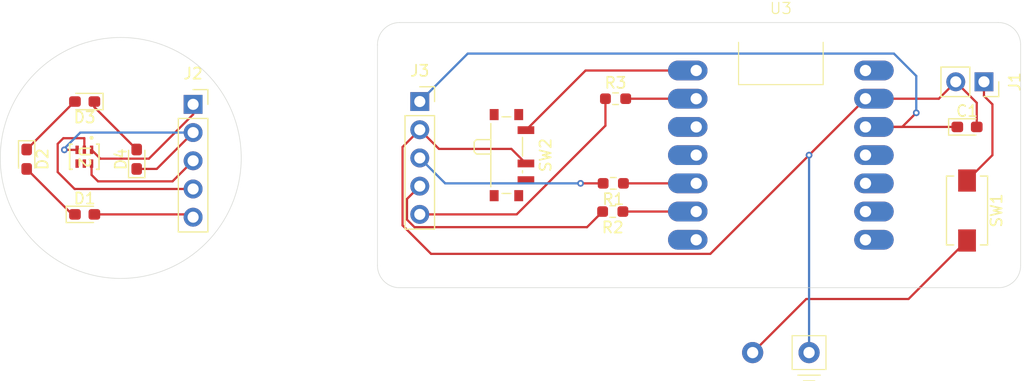
<source format=kicad_pcb>
(kicad_pcb (version 20241229) (generator "pcbnew") (generator_version "9.0")
  (layers (0 "F.Cu" signal) (2 "B.Cu" signal) (13 "F.Paste" user) (15 "B.Paste" user) (5 "F.SilkS" user "F.Silkscreen") (7 "B.SilkS" user "B.Silkscreen") (1 "F.Mask" user) (3 "B.Mask" user) (25 "Edge.Cuts" user))
  (net 0 "")
  (net 1 "+3.3V")
  (net 2 "GND")
  (net 3 "/+BATT")
  (net 4 "/SDA")
  (net 5 "/SCL")
  (net 6 "Net-(SW1-B)")
  (net 7 "Net-(U3-GPIO1_A0_D0)")
  (net 18 "/LED")
  (net 19 "Net-(D1-K)")
  (net 20 "Net-(U3-GPIO2_A1_D1)")
  (net 21 "Net-(D2-K)")
  (net 22 "Net-(D3-K)")
  (net 23 "Net-(U3-GPIO4_A3_D3_SDA)")
  (net 24 "Net-(U3-GPIO6_A5_D5_SCL)")
  (footprint "ESP32_Xiao_Seeed:XIAO_ESP32" (layer "F.Cu") (at 128.524 74.168)
    (property "Reference" "U3" (at 0 -13.208 0) (layer "F.SilkS") (effects (font (thickness 0.1))))
    (property "Value" "~")
    (fp_line (start -3.81 -10.16) (end -3.81 -6.35) (stroke (width 0.1)) (layer "F.SilkS"))
    (fp_line (start -3.81 -6.35) (end 3.81 -6.35) (stroke (width 0.1)) (layer "F.SilkS"))
    (fp_line (start 1.016 16.256) (end 4.064 16.256) (stroke (width 0.1)) (layer "F.SilkS"))
    (fp_line (start 1.016 19.304) (end 1.016 16.256) (stroke (width 0.1)) (layer "F.SilkS"))
    (fp_line (start 1.524 19.812) (end 3.556 19.812) (stroke (width 0.1)) (layer "F.SilkS"))
    (fp_line (start 2.032 20.32) (end 3.048 20.32) (stroke (width 0.1)) (layer "F.SilkS"))
    (fp_line (start 3.81 -6.35) (end 3.81 -10.16) (stroke (width 0.1)) (layer "F.SilkS"))
    (fp_line (start 4.064 16.256) (end 4.064 19.304) (stroke (width 0.1)) (layer "F.SilkS"))
    (fp_line (start 4.064 19.304) (end 1.016 19.304) (stroke (width 0.1)) (layer "F.SilkS"))
    (pad "1" thru_hole oval (at -7.62 -7.62) (size 3.556 1.778) (drill 1.016 (offset -0.762 0)) (layers "*.Cu" "*.Mask") (net 7 "Net-(U3-GPIO1_A0_D0)"))
    (pad "2" thru_hole oval (at -7.62 -5.08) (size 3.556 1.778) (drill 1.016 (offset -0.762 0)) (layers "*.Cu" "*.Mask") (net 20 "Net-(U3-GPIO2_A1_D1)"))
    (pad "3" thru_hole oval (at -7.62 -2.54) (size 3.556 1.778) (drill 1.016 (offset -0.762 0)) (layers "*.Cu" "*.Mask"))
    (pad "4" thru_hole oval (at -7.62 0) (size 3.556 1.778) (drill 1.016 (offset -0.762 0)) (layers "*.Cu" "*.Mask"))
    (pad "5" thru_hole oval (at -7.62 2.54) (size 3.556 1.778) (drill 1.016 (offset -0.762 0)) (layers "*.Cu" "*.Mask") (net 23 "Net-(U3-GPIO4_A3_D3_SDA)"))
    (pad "6" thru_hole oval (at -7.62 5.08) (size 3.556 1.778) (drill 1.016 (offset -0.762 0)) (layers "*.Cu" "*.Mask") (net 24 "Net-(U3-GPIO6_A5_D5_SCL)"))
    (pad "7" thru_hole oval (at -7.62 7.62) (size 3.556 1.778) (drill 1.016 (offset -0.762 0)) (layers "*.Cu" "*.Mask"))
    (pad "8" thru_hole oval (at 7.62 7.62) (size 3.556 1.778) (drill 1.016 (offset 0.762 0)) (layers "*.Cu" "*.Mask"))
    (pad "9" thru_hole oval (at 7.62 5.08) (size 3.556 1.778) (drill 1.016 (offset 0.762 0)) (layers "*.Cu" "*.Mask"))
    (pad "10" thru_hole oval (at 7.62 2.54) (size 3.556 1.778) (drill 1.016 (offset 0.762 0)) (layers "*.Cu" "*.Mask"))
    (pad "11" thru_hole oval (at 7.62 0) (size 3.556 1.778) (drill 1.016 (offset 0.762 0)) (layers "*.Cu" "*.Mask"))
    (pad "12" thru_hole oval (at 7.62 -2.54) (size 3.556 1.778) (drill 1.016 (offset 0.762 0)) (layers "*.Cu" "*.Mask") (net 1 "+3.3V"))
    (pad "13" thru_hole oval (at 7.62 -5.08) (size 3.556 1.778) (drill 1.016 (offset 0.762 0)) (layers "*.Cu" "*.Mask") (net 2 "GND"))
    (pad "14" thru_hole oval (at 7.62 -7.62) (size 3.556 1.778) (drill 1.016 (offset 0.762 0)) (layers "*.Cu" "*.Mask"))
    (pad "15" thru_hole circle (at -2.54 17.78) (size 1.905 1.905) (drill 1.016) (layers "*.Cu" "*.Mask") (net 6 "Net-(SW1-B)"))
    (pad "16" thru_hole circle (at 2.54 17.78) (size 1.905 1.905) (drill 1.016) (layers "*.Cu" "*.Mask") (net 2 "GND"))
  )
  (footprint "LED_SMD:LED_0603_1608Metric_Pad1.05x0.95mm_HandSolder" (layer "F.Cu") (at 145.288 71.628)
    (property "Reference" "C1" (at 0 -1.43 0) (layer "F.SilkS"))
    (property "Value" "0.1uF")
    (fp_line (start -1.66 -0.735) (end -1.66 0.735) (stroke (width 0.12)) (layer "F.SilkS"))
    (fp_line (start -1.66 0.735) (end 0.8 0.735) (stroke (width 0.12)) (layer "F.SilkS"))
    (fp_line (start 0.8 -0.735) (end -1.66 -0.735) (stroke (width 0.12)) (layer "F.SilkS"))
    (pad "1" smd roundrect (at -0.875 0) (size 1.05 0.95) (layers "F.Cu" "F.Mask" "F.Paste") (net 1 "+3.3V"))
    (pad "2" smd roundrect (at 0.875 0) (size 1.05 0.95) (layers "F.Cu" "F.Mask" "F.Paste") (net 2 "GND"))
  )
  (footprint "Resistor_SMD:R_0603_1608Metric_Pad0.98x0.95mm_HandSolder" (layer "F.Cu") (at 113.3875 79.248 180)
    (property "Reference" "R2" (at 0 -1.43 0) (layer "F.SilkS"))
    (property "Value" "4.7k")
    (fp_line (start -0.254724 0.5225) (end 0.254724 0.5225) (stroke (width 0.12)) (layer "F.SilkS"))
    (fp_line (start -0.254724 -0.5225) (end 0.254724 -0.5225) (stroke (width 0.12)) (layer "F.SilkS"))
    (pad "1" smd roundrect (at -0.9125 0 180) (size 0.975 0.95) (layers "F.Cu" "F.Mask" "F.Paste") (net 24 "Net-(U3-GPIO6_A5_D5_SCL)"))
    (pad "2" smd roundrect (at 0.9125 0 180) (size 0.975 0.95) (layers "F.Cu" "F.Mask" "F.Paste") (net 5 "/SCL"))
  )
  (footprint "LED_SMD:LED_0603_1608Metric_Pad1.05x0.95mm_HandSolder" (layer "F.Cu") (at 65.83756 69.342 180)
    (property "Reference" "D3" (at 0 -1.43 0) (layer "F.SilkS"))
    (property "Value" "LED")
    (fp_line (start 0.8 -0.735) (end -1.66 -0.735) (stroke (width 0.12)) (layer "F.SilkS"))
    (fp_line (start -1.66 0.735) (end 0.8 0.735) (stroke (width 0.12)) (layer "F.SilkS"))
    (fp_line (start -1.66 -0.735) (end -1.66 0.735) (stroke (width 0.12)) (layer "F.SilkS"))
    (pad "1" smd roundrect (at -0.875 0 180) (size 1.05 0.95) (layers "F.Cu" "F.Mask" "F.Paste") (net 22 "Net-(D3-K)"))
    (pad "2" smd roundrect (at 0.875 0 180) (size 1.05 0.95) (layers "F.Cu" "F.Mask" "F.Paste") (net 21 "Net-(D2-K)"))
  )
  (footprint "Resistor_SMD:R_0603_1608Metric_Pad0.98x0.95mm_HandSolder" (layer "F.Cu") (at 113.4345 76.708 180)
    (property "Reference" "R1" (at 0 -1.43 0) (layer "F.SilkS"))
    (property "Value" "4.7k")
    (fp_line (start -0.254724 0.5225) (end 0.254724 0.5225) (stroke (width 0.12)) (layer "F.SilkS"))
    (fp_line (start -0.254724 -0.5225) (end 0.254724 -0.5225) (stroke (width 0.12)) (layer "F.SilkS"))
    (pad "1" smd roundrect (at -0.9125 0 180) (size 0.975 0.95) (layers "F.Cu" "F.Mask" "F.Paste") (net 23 "Net-(U3-GPIO4_A3_D3_SDA)"))
    (pad "2" smd roundrect (at 0.9125 0 180) (size 0.975 0.95) (layers "F.Cu" "F.Mask" "F.Paste") (net 4 "/SDA"))
  )
  (footprint "LED_SMD:LED_0603_1608Metric_Pad1.05x0.95mm_HandSolder" (layer "F.Cu") (at 70.52256 74.535 90)
    (property "Reference" "D4" (at 0 -1.43 90) (layer "F.SilkS"))
    (property "Value" "LED")
    (fp_line (start 0.8 -0.735) (end -1.66 -0.735) (stroke (width 0.12)) (layer "F.SilkS"))
    (fp_line (start -1.66 -0.735) (end -1.66 0.735) (stroke (width 0.12)) (layer "F.SilkS"))
    (fp_line (start -1.66 0.735) (end 0.8 0.735) (stroke (width 0.12)) (layer "F.SilkS"))
    (pad "1" smd roundrect (at -0.875 0 90) (size 1.05 0.95) (layers "F.Cu" "F.Mask" "F.Paste") (net 2 "GND"))
    (pad "2" smd roundrect (at 0.875 0 90) (size 1.05 0.95) (layers "F.Cu" "F.Mask" "F.Paste") (net 22 "Net-(D3-K)"))
  )
  (footprint "Button_Switch_SMD:SW_SPST_EVQPE1" (layer "F.Cu") (at 145.288 79.154 -90)
    (property "Reference" "SW1" (at 0 -2.65 90) (layer "F.SilkS"))
    (property "Value" "SW_SPST")
    (fp_line (start -3.1 1.85) (end 3.1 1.85) (stroke (width 0.12)) (layer "F.SilkS"))
    (fp_line (start 3.1 1.85) (end 3.1 1.2) (stroke (width 0.12)) (layer "F.SilkS"))
    (fp_line (start -3.1 1.2) (end -3.1 1.85) (stroke (width 0.12)) (layer "F.SilkS"))
    (fp_line (start -3.1 -1.85) (end -3.1 -1.2) (stroke (width 0.12)) (layer "F.SilkS"))
    (fp_line (start 3.1 -1.85) (end 3.1 -1.2) (stroke (width 0.12)) (layer "F.SilkS"))
    (fp_line (start 3.1 -1.85) (end -3.1 -1.85) (stroke (width 0.12)) (layer "F.SilkS"))
    (pad "1" smd rect (at -2.7 0 270) (size 2 1.6) (layers "F.Cu" "F.Mask" "F.Paste") (net 3 "/+BATT"))
    (pad "2" smd rect (at 2.7 0 270) (size 2 1.6) (layers "F.Cu" "F.Mask" "F.Paste") (net 6 "Net-(SW1-B)"))
  )
  (footprint "LED_SMD:LED_0603_1608Metric_Pad1.05x0.95mm_HandSolder" (layer "F.Cu") (at 65.83756 79.502)
    (property "Reference" "D1" (at 0 -1.43 0) (layer "F.SilkS"))
    (property "Value" "LED")
    (fp_line (start -1.66 -0.735) (end -1.66 0.735) (stroke (width 0.12)) (layer "F.SilkS"))
    (fp_line (start -1.66 0.735) (end 0.8 0.735) (stroke (width 0.12)) (layer "F.SilkS"))
    (fp_line (start 0.8 -0.735) (end -1.66 -0.735) (stroke (width 0.12)) (layer "F.SilkS"))
    (pad "1" smd roundrect (at -0.875 0) (size 1.05 0.95) (layers "F.Cu" "F.Mask" "F.Paste") (net 19 "Net-(D1-K)"))
    (pad "2" smd roundrect (at 0.875 0) (size 1.05 0.95) (layers "F.Cu" "F.Mask" "F.Paste") (net 18 "/LED"))
  )
  (footprint "Button_Switch_SMD:SW_SPDT_PCM12" (layer "F.Cu") (at 104.14 74.168 -90)
    (property "Reference" "SW2" (at 0 -3.2 90) (layer "F.SilkS"))
    (property "Value" "SW_Push")
    (fp_line (start -1.2 3.23) (end -0.3 3.23) (stroke (width 0.12)) (layer "F.SilkS"))
    (fp_line (start -1.4 3.02) (end -1.2 3.23) (stroke (width 0.12)) (layer "F.SilkS"))
    (fp_line (start -0.1 3.02) (end -0.3 3.23) (stroke (width 0.12)) (layer "F.SilkS"))
    (fp_line (start -0.1 3.02) (end -0.1 1.73) (stroke (width 0.12)) (layer "F.SilkS"))
    (fp_line (start -2.85 1.73) (end 2.85 1.73) (stroke (width 0.12)) (layer "F.SilkS"))
    (fp_line (start -1.4 1.73) (end -1.4 3.02) (stroke (width 0.12)) (layer "F.SilkS"))
    (fp_line (start 3.45 0.72) (end 3.45 -0.07) (stroke (width 0.12)) (layer "F.SilkS"))
    (fp_line (start -3.45 -0.07) (end -3.45 0.72) (stroke (width 0.12)) (layer "F.SilkS"))
    (fp_line (start -1.6 -1.12) (end 0.1 -1.12) (stroke (width 0.12)) (layer "F.SilkS"))
    (fp_line (start 1.4 -1.12) (end 1.6 -1.12) (stroke (width 0.12)) (layer "F.SilkS"))
    (pad "" smd rect (at -3.65 -0.78 270) (size 1 0.8) (layers "F.Cu" "F.Mask" "F.Paste"))
    (pad "" smd rect (at -3.65 1.43 270) (size 1 0.8) (layers "F.Cu" "F.Mask" "F.Paste"))
    (pad "" np_thru_hole circle (at -1.5 0.33 270) (size 0.9 0.9) (drill 0.9) (layers "*.Cu" "*.Mask"))
    (pad "" np_thru_hole circle (at 1.5 0.33 270) (size 0.9 0.9) (drill 0.9) (layers "*.Cu" "*.Mask"))
    (pad "" smd rect (at 3.65 -0.78 270) (size 1 0.8) (layers "F.Cu" "F.Mask" "F.Paste"))
    (pad "" smd rect (at 3.65 1.43 270) (size 1 0.8) (layers "F.Cu" "F.Mask" "F.Paste"))
    (pad "1" smd rect (at -2.25 -1.43 270) (size 0.7 1.5) (layers "F.Cu" "F.Mask" "F.Paste") (net 7 "Net-(U3-GPIO1_A0_D0)"))
    (pad "2" smd rect (at 0.75 -1.43 270) (size 0.7 1.5) (layers "F.Cu" "F.Mask" "F.Paste") (net 2 "GND"))
    (pad "3" smd rect (at 2.25 -1.43 270) (size 0.7 1.5) (layers "F.Cu" "F.Mask" "F.Paste"))
  )
  (footprint "Resistor_SMD:R_0603_1608Metric_Pad0.98x0.95mm_HandSolder" (layer "F.Cu") (at 113.6415 69.088)
    (property "Reference" "R3" (at 0 -1.43 0) (layer "F.SilkS"))
    (property "Value" "100")
    (fp_line (start -0.254724 -0.5225) (end 0.254724 -0.5225) (stroke (width 0.12)) (layer "F.SilkS"))
    (fp_line (start -0.254724 0.5225) (end 0.254724 0.5225) (stroke (width 0.12)) (layer "F.SilkS"))
    (pad "1" smd roundrect (at -0.9125 0) (size 0.975 0.95) (layers "F.Cu" "F.Mask" "F.Paste") (net 18 "/LED"))
    (pad "2" smd roundrect (at 0.9125 0) (size 0.975 0.95) (layers "F.Cu" "F.Mask" "F.Paste") (net 20 "Net-(U3-GPIO2_A1_D1)"))
  )
  (footprint "Connector_PinSocket_2.54mm:PinSocket_1x05_P2.54mm_Vertical" (layer "F.Cu") (at 75.60256 69.596)
    (property "Reference" "J2" (at 0 -2.77 0) (layer "F.SilkS"))
    (property "Value" "Conn_01x05_Pin")
    (fp_line (start -1.33 1.27) (end -1.33 11.49) (stroke (width 0.12)) (layer "F.SilkS"))
    (fp_line (start -1.33 1.27) (end 1.33 1.27) (stroke (width 0.12)) (layer "F.SilkS"))
    (fp_line (start -1.33 11.49) (end 1.33 11.49) (stroke (width 0.12)) (layer "F.SilkS"))
    (fp_line (start 0 -1.33) (end 1.33 -1.33) (stroke (width 0.12)) (layer "F.SilkS"))
    (fp_line (start 1.33 -1.33) (end 1.33 0) (stroke (width 0.12)) (layer "F.SilkS"))
    (fp_line (start 1.33 1.27) (end 1.33 11.49) (stroke (width 0.12)) (layer "F.SilkS"))
    (pad "1" thru_hole rect (at 0 0) (size 1.7 1.7) (drill 1) (layers "*.Cu" "*.Mask") (net 1 "+3.3V"))
    (pad "2" thru_hole circle (at 0 2.54) (size 1.7 1.7) (drill 1) (layers "*.Cu" "*.Mask") (net 2 "GND"))
    (pad "3" thru_hole circle (at 0 5.08) (size 1.7 1.7) (drill 1) (layers "*.Cu" "*.Mask") (net 4 "/SDA"))
    (pad "4" thru_hole circle (at 0 7.62) (size 1.7 1.7) (drill 1) (layers "*.Cu" "*.Mask") (net 5 "/SCL"))
    (pad "5" thru_hole circle (at 0 10.16) (size 1.7 1.7) (drill 1) (layers "*.Cu" "*.Mask") (net 18 "/LED"))
  )
  (footprint "TCS34725:TCS34725FN_AMS" (layer "F.Cu") (at 65.808561 74.310999 -90)
    (property "Reference" "U2" (at 0 0 270) (layer "F.SilkS"))
    (property "Value" "TCS34725FN")
    (fp_line (start -1.1303 1.3208) (end 1.1303 1.3208) (stroke (width 0.1524)) (layer "F.SilkS"))
    (fp_line (start 1.1303 1.3208) (end 1.1303 1.108565) (stroke (width 0.1524)) (layer "F.SilkS"))
    (fp_line (start -1.1303 1.108565) (end -1.1303 1.3208) (stroke (width 0.1524)) (layer "F.SilkS"))
    (fp_line (start 1.1303 -1.108565) (end 1.1303 -1.3208) (stroke (width 0.1524)) (layer "F.SilkS"))
    (fp_line (start -1.1303 -1.3208) (end -1.1303 -1.108565) (stroke (width 0.1524)) (layer "F.SilkS"))
    (fp_line (start 1.1303 -1.3208) (end -1.1303 -1.3208) (stroke (width 0.1524)) (layer "F.SilkS"))
    (fp_circle (center -1.7008 -0.65) (end -1.5992 -0.65) (stroke (width 0.1524)) (fill no) (layer "F.SilkS"))
    (pad "1" smd rect (at -0.619001 -0.649999 270) (size 0.762 0.3048) (layers "F.Cu" "F.Mask" "F.Paste") (net 1 "+3.3V"))
    (pad "2" smd rect (at -0.619001 0 270) (size 0.762 0.3048) (layers "F.Cu" "F.Mask" "F.Paste") (net 5 "/SCL"))
    (pad "3" smd rect (at -0.619001 0.649999 270) (size 0.762 0.3048) (layers "F.Cu" "F.Mask" "F.Paste") (net 2 "GND"))
    (pad "4" smd rect (at 0.619001 0.649999 270) (size 0.762 0.3048) (layers "F.Cu" "F.Mask" "F.Paste"))
    (pad "5" smd rect (at 0.619001 0 270) (size 0.762 0.3048) (layers "F.Cu" "F.Mask" "F.Paste"))
    (pad "6" smd rect (at 0.619001 -0.649999 270) (size 0.762 0.3048) (layers "F.Cu" "F.Mask" "F.Paste") (net 4 "/SDA"))
  )
  (footprint "Connector_PinSocket_2.54mm:PinSocket_1x05_P2.54mm_Vertical" (layer "F.Cu") (at 96.012 69.342)
    (property "Reference" "J3" (at 0 -2.77 0) (layer "F.SilkS"))
    (property "Value" "Conn_01x05_Pin")
    (fp_line (start -1.33 1.27) (end -1.33 11.49) (stroke (width 0.12)) (layer "F.SilkS"))
    (fp_line (start -1.33 1.27) (end 1.33 1.27) (stroke (width 0.12)) (layer "F.SilkS"))
    (fp_line (start -1.33 11.49) (end 1.33 11.49) (stroke (width 0.12)) (layer "F.SilkS"))
    (fp_line (start 0 -1.33) (end 1.33 -1.33) (stroke (width 0.12)) (layer "F.SilkS"))
    (fp_line (start 1.33 -1.33) (end 1.33 0) (stroke (width 0.12)) (layer "F.SilkS"))
    (fp_line (start 1.33 1.27) (end 1.33 11.49) (stroke (width 0.12)) (layer "F.SilkS"))
    (pad "1" thru_hole rect (at 0 0) (size 1.7 1.7) (drill 1) (layers "*.Cu" "*.Mask") (net 1 "+3.3V"))
    (pad "2" thru_hole circle (at 0 2.54) (size 1.7 1.7) (drill 1) (layers "*.Cu" "*.Mask") (net 2 "GND"))
    (pad "3" thru_hole circle (at 0 5.08) (size 1.7 1.7) (drill 1) (layers "*.Cu" "*.Mask") (net 4 "/SDA"))
    (pad "4" thru_hole circle (at 0 7.62) (size 1.7 1.7) (drill 1) (layers "*.Cu" "*.Mask") (net 5 "/SCL"))
    (pad "5" thru_hole circle (at 0 10.16) (size 1.7 1.7) (drill 1) (layers "*.Cu" "*.Mask") (net 18 "/LED"))
  )
  (footprint "LED_SMD:LED_0603_1608Metric_Pad1.05x0.95mm_HandSolder" (layer "F.Cu") (at 60.61656 74.535 -90)
    (property "Reference" "D2" (at 0 -1.43 90) (layer "F.SilkS"))
    (property "Value" "LED")
    (fp_line (start -1.66 0.735) (end 0.8 0.735) (stroke (width 0.12)) (layer "F.SilkS"))
    (fp_line (start -1.66 -0.735) (end -1.66 0.735) (stroke (width 0.12)) (layer "F.SilkS"))
    (fp_line (start 0.8 -0.735) (end -1.66 -0.735) (stroke (width 0.12)) (layer "F.SilkS"))
    (pad "1" smd roundrect (at -0.875 0 270) (size 1.05 0.95) (layers "F.Cu" "F.Mask" "F.Paste") (net 21 "Net-(D2-K)"))
    (pad "2" smd roundrect (at 0.875 0 270) (size 1.05 0.95) (layers "F.Cu" "F.Mask" "F.Paste") (net 19 "Net-(D1-K)"))
  )
  (footprint "Connector_PinSocket_2.54mm:PinSocket_1x02_P2.54mm_Vertical" (layer "F.Cu") (at 146.812 67.564 -90)
    (property "Reference" "J1" (at 0 -2.77 90) (layer "F.SilkS"))
    (property "Value" "Conn_01x02_Pin")
    (fp_line (start -1.33 3.87) (end 1.33 3.87) (stroke (width 0.12)) (layer "F.SilkS"))
    (fp_line (start -1.33 1.27) (end -1.33 3.87) (stroke (width 0.12)) (layer "F.SilkS"))
    (fp_line (start -1.33 1.27) (end 1.33 1.27) (stroke (width 0.12)) (layer "F.SilkS"))
    (fp_line (start 1.33 1.27) (end 1.33 3.87) (stroke (width 0.12)) (layer "F.SilkS"))
    (fp_line (start 0 -1.33) (end 1.33 -1.33) (stroke (width 0.12)) (layer "F.SilkS"))
    (fp_line (start 1.33 -1.33) (end 1.33 0) (stroke (width 0.12)) (layer "F.SilkS"))
    (pad "1" thru_hole rect (at 0 0 270) (size 1.7 1.7) (drill 1) (layers "*.Cu" "*.Mask") (net 3 "/+BATT"))
    (pad "2" thru_hole circle (at 0 2.54 270) (size 1.7 1.7) (drill 1) (layers "*.Cu" "*.Mask") (net 2 "GND"))
  )
  (gr_line (start 150.114 64.23) (end 150.114 84.106) (stroke (width 0.05)) (layer "Edge.Cuts"))
  (gr_arc (start 150.114 84.106) (mid 149.528214 85.520214) (end 148.114 86.106) (stroke (width 0.05)) (layer "Edge.Cuts"))
  (gr_line (start 92.202 84.106) (end 92.202 64.23) (stroke (width 0.05)) (layer "Edge.Cuts"))
  (gr_arc (start 148.114 62.23) (mid 149.528214 62.815786) (end 150.114 64.23) (stroke (width 0.05)) (layer "Edge.Cuts"))
  (gr_arc (start 94.202 86.106) (mid 92.787786 85.520214) (end 92.202 84.106) (stroke (width 0.05)) (layer "Edge.Cuts"))
  (gr_line (start 148.114 86.106) (end 94.202 86.106) (stroke (width 0.05)) (layer "Edge.Cuts"))
  (gr_arc (start 92.202 64.23) (mid 92.787786 62.815786) (end 94.202 62.23) (stroke (width 0.05)) (layer "Edge.Cuts"))
  (gr_circle (center 69.088 74.422) (end 77.978 68.204774) (stroke (width 0.05)) (fill no) (layer "Edge.Cuts"))
  (gr_line (start 94.202 62.23) (end 148.114 62.23) (stroke (width 0.05)) (layer "Edge.Cuts"))
  (segment (start 66.45856 73.691998) (end 67.252562 74.486) (width 0.2) (layer "F.Cu") (net 1))
  (segment (start 67.252562 74.486) (end 71.6248 74.486) (width 0.2) (layer "F.Cu") (net 1))
  (segment (start 136.144 71.628) (end 139.446 71.628) (width 0.2) (layer "F.Cu") (net 1))
  (segment (start 136.144 71.628) (end 144.413 71.628) (width 0.2) (layer "F.Cu") (net 1))
  (segment (start 139.446 71.628) (end 140.716 70.358) (width 0.2) (layer "F.Cu") (net 1))
  (segment (start 75.60256 70.50824) (end 75.60256 69.596) (width 0.2) (layer "F.Cu") (net 1))
  (segment (start 71.6248 74.486) (end 75.60256 70.50824) (width 0.2) (layer "F.Cu") (net 1))
  (via (at 140.716 70.358) (size 0.6) (drill 0.3) (layers "F.Cu" "B.Cu") (net 1))
  (segment (start 96.012 69.342) (end 100.33 65.024) (width 0.2) (layer "B.Cu") (net 1))
  (segment (start 100.33 65.024) (end 138.699957 65.024) (width 0.2) (layer "B.Cu") (net 1))
  (segment (start 138.699957 65.024) (end 140.716 67.040043) (width 0.2) (layer "B.Cu") (net 1))
  (segment (start 140.716 67.040043) (end 140.716 70.358) (width 0.2) (layer "B.Cu") (net 1))
  (segment (start 144.272 67.564) (end 142.748 69.088) (width 0.2) (layer "F.Cu") (net 2))
  (segment (start 94.46 73.434) (end 96.012 71.882) (width 0.2) (layer "F.Cu") (net 2))
  (segment (start 65.158562 73.691998) (end 63.950558 73.691998) (width 0.2) (layer "F.Cu") (net 2))
  (segment (start 144.272 67.564) (end 146.163 69.455) (width 0.2) (layer "F.Cu") (net 2))
  (segment (start 70.52256 75.41) (end 72.32856 75.41) (width 0.2) (layer "F.Cu") (net 2))
  (segment (start 97.73812 73.60812) (end 96.012 71.882) (width 0.2) (layer "F.Cu") (net 2))
  (segment (start 142.748 69.088) (end 136.144 69.088) (width 0.2) (layer "F.Cu") (net 2))
  (segment (start 104.26012 73.60812) (end 97.73812 73.60812) (width 0.2) (layer "F.Cu") (net 2))
  (segment (start 146.163 69.455) (end 146.163 71.628) (width 0.2) (layer "F.Cu") (net 2))
  (segment (start 63.950558 73.691998) (end 63.91856 73.66) (width 0.2) (layer "F.Cu") (net 2))
  (segment (start 136.144 69.088) (end 131.064 74.168) (width 0.2) (layer "F.Cu") (net 2))
  (segment (start 63.950558 73.691998) (end 64.01056 73.691998) (width 0.2) (layer "F.Cu") (net 2))
  (segment (start 72.32856 75.41) (end 75.60256 72.136) (width 0.2) (layer "F.Cu") (net 2))
  (segment (start 131.064 74.168) (end 122.174 83.058) (width 0.2) (layer "F.Cu") (net 2))
  (segment (start 94.46 80.49) (end 94.46 73.434) (width 0.2) (layer "F.Cu") (net 2))
  (segment (start 105.57 74.918) (end 104.26012 73.60812) (width 0.2) (layer "F.Cu") (net 2))
  (segment (start 97.028 83.058) (end 94.46 80.49) (width 0.2) (layer "F.Cu") (net 2))
  (segment (start 122.174 83.058) (end 97.028 83.058) (width 0.2) (layer "F.Cu") (net 2))
  (via (at 131.064 74.168) (size 0.6) (drill 0.3) (layers "F.Cu" "B.Cu") (net 2))
  (via (at 64.01056 73.691998) (size 0.6) (drill 0.3) (layers "F.Cu" "B.Cu") (net 2))
  (segment (start 64.01056 73.568) (end 65.44256 72.136) (width 0.2) (layer "B.Cu") (net 2))
  (segment (start 64.01056 73.691998) (end 64.01056 73.568) (width 0.2) (layer "B.Cu") (net 2))
  (segment (start 131.064 74.168) (end 131.064 91.948) (width 0.2) (layer "B.Cu") (net 2))
  (segment (start 65.44256 72.136) (end 75.60256 72.136) (width 0.2) (layer "B.Cu") (net 2))
  (segment (start 146.812 68.834) (end 146.812 67.564) (width 0.2) (layer "F.Cu") (net 3))
  (segment (start 145.288 76.454) (end 147.574 74.168) (width 0.2) (layer "F.Cu") (net 3))
  (segment (start 147.574 74.168) (end 147.574 69.596) (width 0.2) (layer "F.Cu") (net 3))
  (segment (start 147.574 69.596) (end 146.812 68.834) (width 0.2) (layer "F.Cu") (net 3))
  (segment (start 96.167 74.267) (end 96.012 74.422) (width 0.2) (layer "F.Cu") (net 4))
  (segment (start 66.45856 75.946) (end 67.04168 76.52912) (width 0.2) (layer "F.Cu") (net 4))
  (segment (start 73.74944 76.52912) (end 75.60256 74.676) (width 0.2) (layer "F.Cu") (net 4))
  (segment (start 112.522 76.708) (end 110.49 76.708) (width 0.2) (layer "F.Cu") (net 4))
  (segment (start 67.04168 76.52912) (end 73.74944 76.52912) (width 0.2) (layer "F.Cu") (net 4))
  (segment (start 66.45856 74.93) (end 66.45856 75.946) (width 0.2) (layer "F.Cu") (net 4))
  (via (at 110.49 76.708) (size 0.6) (drill 0.3) (layers "F.Cu" "B.Cu") (net 4))
  (segment (start 98.298 76.708) (end 96.012 74.422) (width 0.2) (layer "B.Cu") (net 4))
  (segment (start 110.49 76.708) (end 98.298 76.708) (width 0.2) (layer "B.Cu") (net 4))
  (segment (start 63.41056 75.692) (end 64.93456 77.216) (width 0.2) (layer "F.Cu") (net 5))
  (segment (start 111.07 80.653) (end 112.475 79.248) (width 0.2) (layer "F.Cu") (net 5))
  (segment (start 94.861 79.97876) (end 95.53524 80.653) (width 0.2) (layer "F.Cu") (net 5))
  (segment (start 95.53524 80.653) (end 111.07 80.653) (width 0.2) (layer "F.Cu") (net 5))
  (segment (start 65.808561 72.644) (end 63.91856 72.644) (width 0.2) (layer "F.Cu") (net 5))
  (segment (start 94.861 78.113) (end 94.861 79.97876) (width 0.2) (layer "F.Cu") (net 5))
  (segment (start 63.41056 73.152) (end 63.41056 75.692) (width 0.2) (layer "F.Cu") (net 5))
  (segment (start 96.012 76.962) (end 94.861 78.113) (width 0.2) (layer "F.Cu") (net 5))
  (segment (start 65.808561 73.691998) (end 65.808561 72.644) (width 0.2) (layer "F.Cu") (net 5))
  (segment (start 63.91856 72.644) (end 63.41056 73.152) (width 0.2) (layer "F.Cu") (net 5))
  (segment (start 64.93456 77.216) (end 75.60256 77.216) (width 0.2) (layer "F.Cu") (net 5))
  (segment (start 140.02 87.122) (end 130.81 87.122) (width 0.2) (layer "F.Cu") (net 6))
  (segment (start 130.81 87.122) (end 125.984 91.948) (width 0.2) (layer "F.Cu") (net 6))
  (segment (start 145.288 81.854) (end 140.02 87.122) (width 0.2) (layer "F.Cu") (net 6))
  (segment (start 110.94 66.548) (end 120.904 66.548) (width 0.2) (layer "F.Cu") (net 7))
  (segment (start 105.57 71.918) (end 110.94 66.548) (width 0.2) (layer "F.Cu") (net 7))
  (segment (start 112.729 71.511) (end 104.738 79.502) (width 0.2) (layer "F.Cu") (net 18))
  (segment (start 104.738 79.502) (end 96.012 79.502) (width 0.2) (layer "F.Cu") (net 18))
  (segment (start 66.71256 79.502) (end 75.34856 79.502) (width 0.2) (layer "F.Cu") (net 18))
  (segment (start 75.34856 79.502) (end 75.60256 79.756) (width 0.2) (layer "F.Cu") (net 18))
  (segment (start 112.729 69.088) (end 112.729 71.511) (width 0.2) (layer "F.Cu") (net 18))
  (segment (start 64.96256 79.502) (end 64.70856 79.502) (width 0.2) (layer "F.Cu") (net 19))
  (segment (start 64.70856 79.502) (end 60.61656 75.41) (width 0.2) (layer "F.Cu") (net 19))
  (segment (start 114.554 69.088) (end 120.904 69.088) (width 0.2) (layer "F.Cu") (net 20))
  (segment (start 64.93456 69.342) (end 64.96256 69.342) (width 0.2) (layer "F.Cu") (net 21))
  (segment (start 60.61656 73.66) (end 64.93456 69.342) (width 0.2) (layer "F.Cu") (net 21))
  (segment (start 66.71256 69.342) (end 66.71256 69.85) (width 0.2) (layer "F.Cu") (net 22))
  (segment (start 66.71256 69.85) (end 70.52256 73.66) (width 0.2) (layer "F.Cu") (net 22))
  (segment (start 114.347 76.708) (end 120.904 76.708) (width 0.2) (layer "F.Cu") (net 23))
  (segment (start 114.3 79.248) (end 120.904 79.248) (width 0.2) (layer "F.Cu") (net 24))
)
</source>
